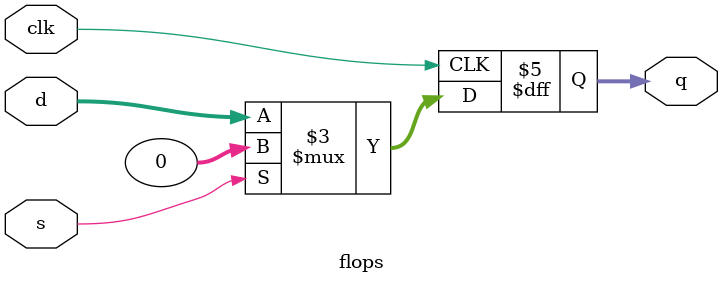
<source format=sv>
module flops #(
    parameter WIDTH = 32,
    parameter SET_VALUE = 0
) 
(
    input  logic                  clk,
    input  logic                    s, // can't use 'set' as the verilator gives a warning
    input  logic [WIDTH-1 : 0]      d,
    output logic [WIDTH-1 : 0]      q
);
    always_ff @( posedge clk ) begin
        if (s) begin    // synchronous set
            q <= SET_VALUE;
        end
        else begin
            q <= d;
        end
    end
    
endmodule

</source>
